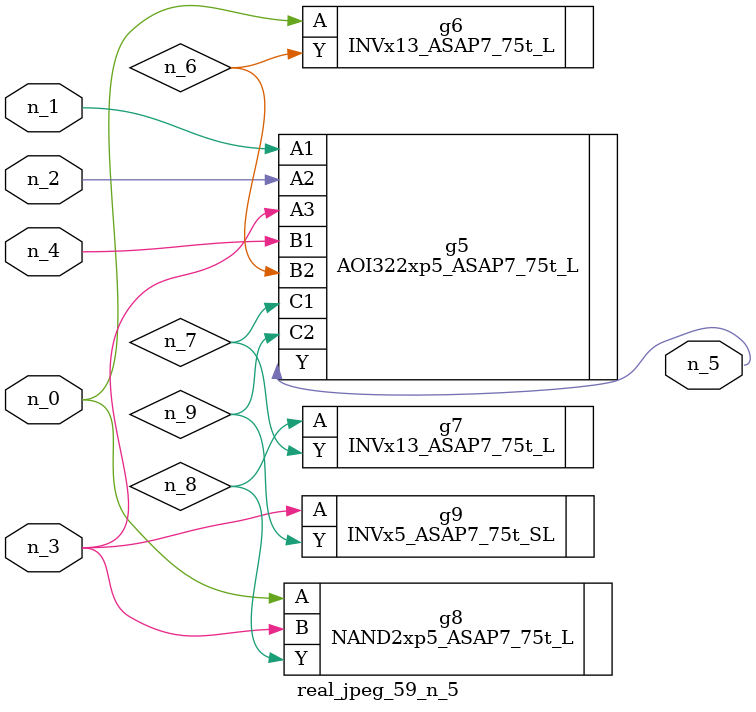
<source format=v>
module real_jpeg_59_n_5 (n_4, n_0, n_1, n_2, n_3, n_5);

input n_4;
input n_0;
input n_1;
input n_2;
input n_3;

output n_5;

wire n_8;
wire n_6;
wire n_7;
wire n_9;

INVx13_ASAP7_75t_L g6 ( 
.A(n_0),
.Y(n_6)
);

NAND2xp5_ASAP7_75t_L g8 ( 
.A(n_0),
.B(n_3),
.Y(n_8)
);

AOI322xp5_ASAP7_75t_L g5 ( 
.A1(n_1),
.A2(n_2),
.A3(n_3),
.B1(n_4),
.B2(n_6),
.C1(n_7),
.C2(n_9),
.Y(n_5)
);

INVx5_ASAP7_75t_SL g9 ( 
.A(n_3),
.Y(n_9)
);

INVx13_ASAP7_75t_L g7 ( 
.A(n_8),
.Y(n_7)
);


endmodule
</source>
